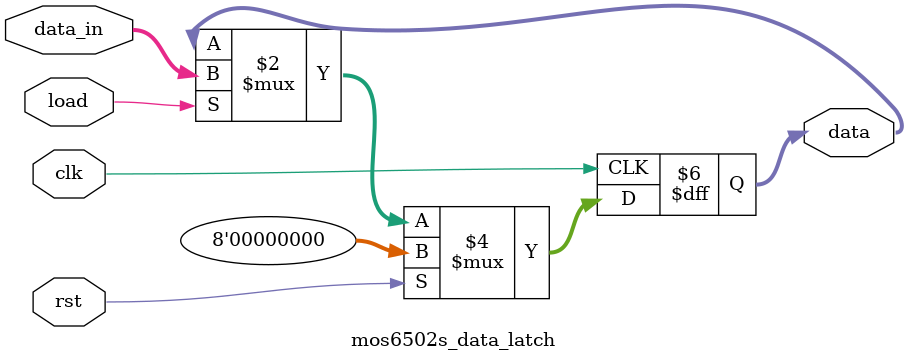
<source format=v>
module mos6502s_data_latch(
  input clk,
  input rst,
  input load,
  input [7:0] data_in,
  output reg [7:0] data
);

  always @(posedge clk) begin
  if (rst) begin
    data <= 8'd0;
  end
  else begin
    data <= (load ? data_in : data);
  end
  end

endmodule
</source>
